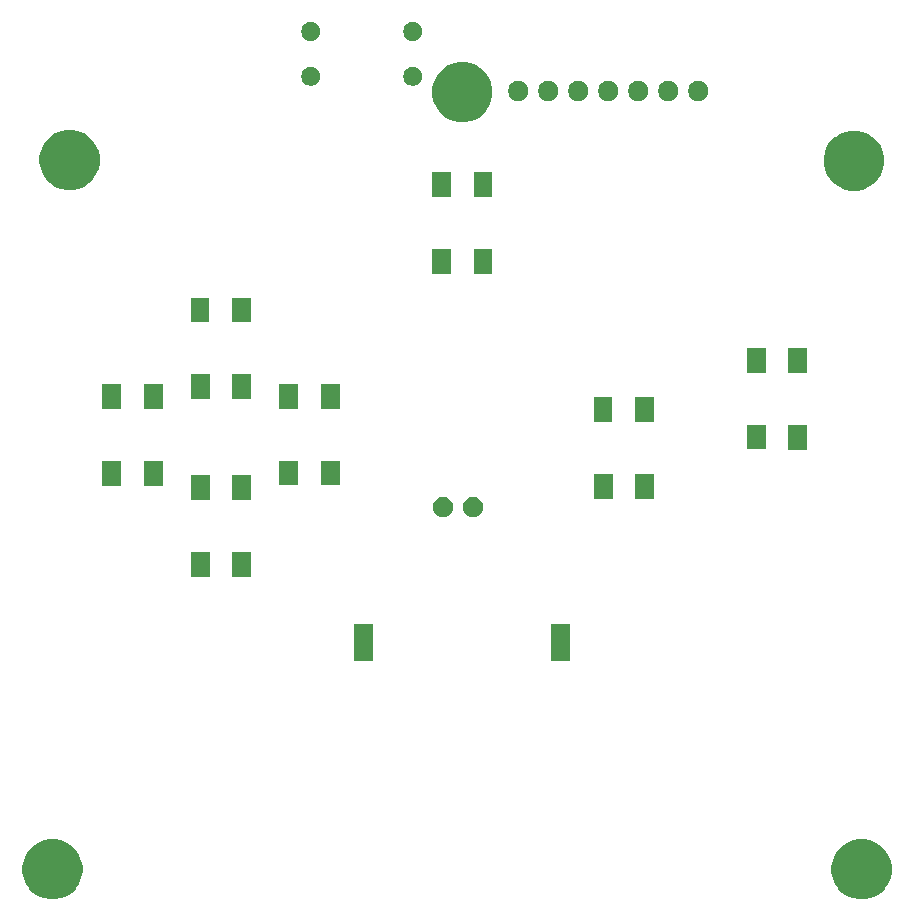
<source format=gbr>
G04 #@! TF.GenerationSoftware,KiCad,Pcbnew,5.0.2+dfsg1-1~bpo9+1*
G04 #@! TF.CreationDate,2021-01-26T10:03:55+00:00*
G04 #@! TF.ProjectId,ardubigboy,61726475-6269-4676-926f-792e6b696361,rev?*
G04 #@! TF.SameCoordinates,Original*
G04 #@! TF.FileFunction,Soldermask,Top*
G04 #@! TF.FilePolarity,Negative*
%FSLAX46Y46*%
G04 Gerber Fmt 4.6, Leading zero omitted, Abs format (unit mm)*
G04 Created by KiCad (PCBNEW 5.0.2+dfsg1-1~bpo9+1) date Tue 26 Jan 2021 10:03:55 GMT*
%MOMM*%
%LPD*%
G01*
G04 APERTURE LIST*
%ADD10C,0.100000*%
G04 APERTURE END LIST*
D10*
G36*
X128594096Y-119047033D02*
X128594098Y-119047034D01*
X128594099Y-119047034D01*
X129058352Y-119239333D01*
X129474284Y-119517250D01*
X129476171Y-119518511D01*
X129831489Y-119873829D01*
X129831491Y-119873832D01*
X130110667Y-120291648D01*
X130302966Y-120755901D01*
X130401000Y-121248748D01*
X130401000Y-121751252D01*
X130302966Y-122244099D01*
X130110667Y-122708352D01*
X129832750Y-123124284D01*
X129831489Y-123126171D01*
X129476171Y-123481489D01*
X129476168Y-123481491D01*
X129058352Y-123760667D01*
X128594099Y-123952966D01*
X128594098Y-123952966D01*
X128594096Y-123952967D01*
X128101253Y-124051000D01*
X127598747Y-124051000D01*
X127105904Y-123952967D01*
X127105902Y-123952966D01*
X127105901Y-123952966D01*
X126641648Y-123760667D01*
X126223832Y-123481491D01*
X126223829Y-123481489D01*
X125868511Y-123126171D01*
X125867250Y-123124284D01*
X125589333Y-122708352D01*
X125397034Y-122244099D01*
X125299000Y-121751252D01*
X125299000Y-121248748D01*
X125397034Y-120755901D01*
X125589333Y-120291648D01*
X125868509Y-119873832D01*
X125868511Y-119873829D01*
X126223829Y-119518511D01*
X126225716Y-119517250D01*
X126641648Y-119239333D01*
X127105901Y-119047034D01*
X127105902Y-119047034D01*
X127105904Y-119047033D01*
X127598747Y-118949000D01*
X128101253Y-118949000D01*
X128594096Y-119047033D01*
X128594096Y-119047033D01*
G37*
G36*
X60094096Y-119047033D02*
X60094098Y-119047034D01*
X60094099Y-119047034D01*
X60558352Y-119239333D01*
X60974284Y-119517250D01*
X60976171Y-119518511D01*
X61331489Y-119873829D01*
X61331491Y-119873832D01*
X61610667Y-120291648D01*
X61802966Y-120755901D01*
X61901000Y-121248748D01*
X61901000Y-121751252D01*
X61802966Y-122244099D01*
X61610667Y-122708352D01*
X61332750Y-123124284D01*
X61331489Y-123126171D01*
X60976171Y-123481489D01*
X60976168Y-123481491D01*
X60558352Y-123760667D01*
X60094099Y-123952966D01*
X60094098Y-123952966D01*
X60094096Y-123952967D01*
X59601253Y-124051000D01*
X59098747Y-124051000D01*
X58605904Y-123952967D01*
X58605902Y-123952966D01*
X58605901Y-123952966D01*
X58141648Y-123760667D01*
X57723832Y-123481491D01*
X57723829Y-123481489D01*
X57368511Y-123126171D01*
X57367250Y-123124284D01*
X57089333Y-122708352D01*
X56897034Y-122244099D01*
X56799000Y-121751252D01*
X56799000Y-121248748D01*
X56897034Y-120755901D01*
X57089333Y-120291648D01*
X57368509Y-119873832D01*
X57368511Y-119873829D01*
X57723829Y-119518511D01*
X57725716Y-119517250D01*
X58141648Y-119239333D01*
X58605901Y-119047034D01*
X58605902Y-119047034D01*
X58605904Y-119047033D01*
X59098747Y-118949000D01*
X59601253Y-118949000D01*
X60094096Y-119047033D01*
X60094096Y-119047033D01*
G37*
G36*
X103181500Y-103847500D02*
X101555500Y-103847500D01*
X101555500Y-100745500D01*
X103181500Y-100745500D01*
X103181500Y-103847500D01*
X103181500Y-103847500D01*
G37*
G36*
X86481000Y-103847500D02*
X84855000Y-103847500D01*
X84855000Y-100745500D01*
X86481000Y-100745500D01*
X86481000Y-103847500D01*
X86481000Y-103847500D01*
G37*
G36*
X76163600Y-96717280D02*
X74561600Y-96717280D01*
X74561600Y-94615280D01*
X76163600Y-94615280D01*
X76163600Y-96717280D01*
X76163600Y-96717280D01*
G37*
G36*
X72658400Y-96712200D02*
X71056400Y-96712200D01*
X71056400Y-94610200D01*
X72658400Y-94610200D01*
X72658400Y-96712200D01*
X72658400Y-96712200D01*
G37*
G36*
X95208228Y-90001703D02*
X95363100Y-90065853D01*
X95502481Y-90158985D01*
X95621015Y-90277519D01*
X95714147Y-90416900D01*
X95778297Y-90571772D01*
X95811000Y-90736184D01*
X95811000Y-90903816D01*
X95778297Y-91068228D01*
X95714147Y-91223100D01*
X95621015Y-91362481D01*
X95502481Y-91481015D01*
X95363100Y-91574147D01*
X95208228Y-91638297D01*
X95043816Y-91671000D01*
X94876184Y-91671000D01*
X94711772Y-91638297D01*
X94556900Y-91574147D01*
X94417519Y-91481015D01*
X94298985Y-91362481D01*
X94205853Y-91223100D01*
X94141703Y-91068228D01*
X94109000Y-90903816D01*
X94109000Y-90736184D01*
X94141703Y-90571772D01*
X94205853Y-90416900D01*
X94298985Y-90277519D01*
X94417519Y-90158985D01*
X94556900Y-90065853D01*
X94711772Y-90001703D01*
X94876184Y-89969000D01*
X95043816Y-89969000D01*
X95208228Y-90001703D01*
X95208228Y-90001703D01*
G37*
G36*
X92668228Y-90001703D02*
X92823100Y-90065853D01*
X92962481Y-90158985D01*
X93081015Y-90277519D01*
X93174147Y-90416900D01*
X93238297Y-90571772D01*
X93271000Y-90736184D01*
X93271000Y-90903816D01*
X93238297Y-91068228D01*
X93174147Y-91223100D01*
X93081015Y-91362481D01*
X92962481Y-91481015D01*
X92823100Y-91574147D01*
X92668228Y-91638297D01*
X92503816Y-91671000D01*
X92336184Y-91671000D01*
X92171772Y-91638297D01*
X92016900Y-91574147D01*
X91877519Y-91481015D01*
X91758985Y-91362481D01*
X91665853Y-91223100D01*
X91601703Y-91068228D01*
X91569000Y-90903816D01*
X91569000Y-90736184D01*
X91601703Y-90571772D01*
X91665853Y-90416900D01*
X91758985Y-90277519D01*
X91877519Y-90158985D01*
X92016900Y-90065853D01*
X92171772Y-90001703D01*
X92336184Y-89969000D01*
X92503816Y-89969000D01*
X92668228Y-90001703D01*
X92668228Y-90001703D01*
G37*
G36*
X76163600Y-90209800D02*
X74561600Y-90209800D01*
X74561600Y-88107800D01*
X76163600Y-88107800D01*
X76163600Y-90209800D01*
X76163600Y-90209800D01*
G37*
G36*
X72653320Y-90209800D02*
X71051320Y-90209800D01*
X71051320Y-88107800D01*
X72653320Y-88107800D01*
X72653320Y-90209800D01*
X72653320Y-90209800D01*
G37*
G36*
X110273600Y-90127280D02*
X108671600Y-90127280D01*
X108671600Y-88025280D01*
X110273600Y-88025280D01*
X110273600Y-90127280D01*
X110273600Y-90127280D01*
G37*
G36*
X106768400Y-90122200D02*
X105166400Y-90122200D01*
X105166400Y-88020200D01*
X106768400Y-88020200D01*
X106768400Y-90122200D01*
X106768400Y-90122200D01*
G37*
G36*
X68673600Y-89017280D02*
X67071600Y-89017280D01*
X67071600Y-86915280D01*
X68673600Y-86915280D01*
X68673600Y-89017280D01*
X68673600Y-89017280D01*
G37*
G36*
X65168400Y-89012200D02*
X63566400Y-89012200D01*
X63566400Y-86910200D01*
X65168400Y-86910200D01*
X65168400Y-89012200D01*
X65168400Y-89012200D01*
G37*
G36*
X83653600Y-88997280D02*
X82051600Y-88997280D01*
X82051600Y-86895280D01*
X83653600Y-86895280D01*
X83653600Y-88997280D01*
X83653600Y-88997280D01*
G37*
G36*
X80148400Y-88992200D02*
X78546400Y-88992200D01*
X78546400Y-86890200D01*
X80148400Y-86890200D01*
X80148400Y-88992200D01*
X80148400Y-88992200D01*
G37*
G36*
X123263600Y-85957280D02*
X121661600Y-85957280D01*
X121661600Y-83855280D01*
X123263600Y-83855280D01*
X123263600Y-85957280D01*
X123263600Y-85957280D01*
G37*
G36*
X119758400Y-85952200D02*
X118156400Y-85952200D01*
X118156400Y-83850200D01*
X119758400Y-83850200D01*
X119758400Y-85952200D01*
X119758400Y-85952200D01*
G37*
G36*
X110273600Y-83619800D02*
X108671600Y-83619800D01*
X108671600Y-81517800D01*
X110273600Y-81517800D01*
X110273600Y-83619800D01*
X110273600Y-83619800D01*
G37*
G36*
X106763320Y-83619800D02*
X105161320Y-83619800D01*
X105161320Y-81517800D01*
X106763320Y-81517800D01*
X106763320Y-83619800D01*
X106763320Y-83619800D01*
G37*
G36*
X65163320Y-82509800D02*
X63561320Y-82509800D01*
X63561320Y-80407800D01*
X65163320Y-80407800D01*
X65163320Y-82509800D01*
X65163320Y-82509800D01*
G37*
G36*
X68673600Y-82509800D02*
X67071600Y-82509800D01*
X67071600Y-80407800D01*
X68673600Y-80407800D01*
X68673600Y-82509800D01*
X68673600Y-82509800D01*
G37*
G36*
X80143320Y-82489800D02*
X78541320Y-82489800D01*
X78541320Y-80387800D01*
X80143320Y-80387800D01*
X80143320Y-82489800D01*
X80143320Y-82489800D01*
G37*
G36*
X83653600Y-82489800D02*
X82051600Y-82489800D01*
X82051600Y-80387800D01*
X83653600Y-80387800D01*
X83653600Y-82489800D01*
X83653600Y-82489800D01*
G37*
G36*
X76153600Y-81697280D02*
X74551600Y-81697280D01*
X74551600Y-79595280D01*
X76153600Y-79595280D01*
X76153600Y-81697280D01*
X76153600Y-81697280D01*
G37*
G36*
X72648400Y-81692200D02*
X71046400Y-81692200D01*
X71046400Y-79590200D01*
X72648400Y-79590200D01*
X72648400Y-81692200D01*
X72648400Y-81692200D01*
G37*
G36*
X119753320Y-79449800D02*
X118151320Y-79449800D01*
X118151320Y-77347800D01*
X119753320Y-77347800D01*
X119753320Y-79449800D01*
X119753320Y-79449800D01*
G37*
G36*
X123263600Y-79449800D02*
X121661600Y-79449800D01*
X121661600Y-77347800D01*
X123263600Y-77347800D01*
X123263600Y-79449800D01*
X123263600Y-79449800D01*
G37*
G36*
X76153600Y-75189800D02*
X74551600Y-75189800D01*
X74551600Y-73087800D01*
X76153600Y-73087800D01*
X76153600Y-75189800D01*
X76153600Y-75189800D01*
G37*
G36*
X72643320Y-75189800D02*
X71041320Y-75189800D01*
X71041320Y-73087800D01*
X72643320Y-73087800D01*
X72643320Y-75189800D01*
X72643320Y-75189800D01*
G37*
G36*
X96603600Y-71077280D02*
X95001600Y-71077280D01*
X95001600Y-68975280D01*
X96603600Y-68975280D01*
X96603600Y-71077280D01*
X96603600Y-71077280D01*
G37*
G36*
X93098400Y-71072200D02*
X91496400Y-71072200D01*
X91496400Y-68970200D01*
X93098400Y-68970200D01*
X93098400Y-71072200D01*
X93098400Y-71072200D01*
G37*
G36*
X96603600Y-64569800D02*
X95001600Y-64569800D01*
X95001600Y-62467800D01*
X96603600Y-62467800D01*
X96603600Y-64569800D01*
X96603600Y-64569800D01*
G37*
G36*
X93093320Y-64569800D02*
X91491320Y-64569800D01*
X91491320Y-62467800D01*
X93093320Y-62467800D01*
X93093320Y-64569800D01*
X93093320Y-64569800D01*
G37*
G36*
X127944096Y-59047033D02*
X127944098Y-59047034D01*
X127944099Y-59047034D01*
X128408352Y-59239333D01*
X128751338Y-59468509D01*
X128826171Y-59518511D01*
X129181489Y-59873829D01*
X129181491Y-59873832D01*
X129460667Y-60291648D01*
X129652966Y-60755901D01*
X129652967Y-60755904D01*
X129751000Y-61248747D01*
X129751000Y-61751253D01*
X129662913Y-62194096D01*
X129652966Y-62244099D01*
X129460667Y-62708352D01*
X129214900Y-63076168D01*
X129181489Y-63126171D01*
X128826171Y-63481489D01*
X128826168Y-63481491D01*
X128408352Y-63760667D01*
X127944099Y-63952966D01*
X127944098Y-63952966D01*
X127944096Y-63952967D01*
X127451253Y-64051000D01*
X126948747Y-64051000D01*
X126455904Y-63952967D01*
X126455902Y-63952966D01*
X126455901Y-63952966D01*
X125991648Y-63760667D01*
X125573832Y-63481491D01*
X125573829Y-63481489D01*
X125218511Y-63126171D01*
X125185100Y-63076168D01*
X124939333Y-62708352D01*
X124747034Y-62244099D01*
X124737088Y-62194096D01*
X124649000Y-61751253D01*
X124649000Y-61248747D01*
X124747033Y-60755904D01*
X124747034Y-60755901D01*
X124939333Y-60291648D01*
X125218509Y-59873832D01*
X125218511Y-59873829D01*
X125573829Y-59518511D01*
X125648662Y-59468509D01*
X125991648Y-59239333D01*
X126455901Y-59047034D01*
X126455902Y-59047034D01*
X126455904Y-59047033D01*
X126948747Y-58949000D01*
X127451253Y-58949000D01*
X127944096Y-59047033D01*
X127944096Y-59047033D01*
G37*
G36*
X61544096Y-58997033D02*
X61544098Y-58997034D01*
X61544099Y-58997034D01*
X62008352Y-59189333D01*
X62424284Y-59467250D01*
X62426171Y-59468511D01*
X62781489Y-59823829D01*
X62781491Y-59823832D01*
X63060667Y-60241648D01*
X63252966Y-60705901D01*
X63252967Y-60705904D01*
X63351000Y-61198747D01*
X63351000Y-61701253D01*
X63341055Y-61751252D01*
X63252966Y-62194099D01*
X63060667Y-62658352D01*
X62782750Y-63074284D01*
X62781489Y-63076171D01*
X62426171Y-63431489D01*
X62426168Y-63431491D01*
X62008352Y-63710667D01*
X61544099Y-63902966D01*
X61544098Y-63902966D01*
X61544096Y-63902967D01*
X61051253Y-64001000D01*
X60548747Y-64001000D01*
X60055904Y-63902967D01*
X60055902Y-63902966D01*
X60055901Y-63902966D01*
X59591648Y-63710667D01*
X59173832Y-63431491D01*
X59173829Y-63431489D01*
X58818511Y-63076171D01*
X58817250Y-63074284D01*
X58539333Y-62658352D01*
X58347034Y-62194099D01*
X58258946Y-61751252D01*
X58249000Y-61701253D01*
X58249000Y-61198747D01*
X58347033Y-60705904D01*
X58347034Y-60705901D01*
X58539333Y-60241648D01*
X58818509Y-59823832D01*
X58818511Y-59823829D01*
X59173829Y-59468511D01*
X59175716Y-59467250D01*
X59591648Y-59189333D01*
X60055901Y-58997034D01*
X60055902Y-58997034D01*
X60055904Y-58997033D01*
X60548747Y-58899000D01*
X61051253Y-58899000D01*
X61544096Y-58997033D01*
X61544096Y-58997033D01*
G37*
G36*
X94794096Y-53247033D02*
X94794098Y-53247034D01*
X94794099Y-53247034D01*
X95258352Y-53439333D01*
X95573881Y-53650163D01*
X95676171Y-53718511D01*
X96031489Y-54073829D01*
X96031491Y-54073832D01*
X96310667Y-54491648D01*
X96467638Y-54870611D01*
X96502967Y-54955904D01*
X96601000Y-55448747D01*
X96601000Y-55951253D01*
X96503583Y-56441000D01*
X96502966Y-56444099D01*
X96310667Y-56908352D01*
X96032750Y-57324284D01*
X96031489Y-57326171D01*
X95676171Y-57681489D01*
X95676168Y-57681491D01*
X95258352Y-57960667D01*
X94794099Y-58152966D01*
X94794098Y-58152966D01*
X94794096Y-58152967D01*
X94301253Y-58251000D01*
X93798747Y-58251000D01*
X93305904Y-58152967D01*
X93305902Y-58152966D01*
X93305901Y-58152966D01*
X92841648Y-57960667D01*
X92423832Y-57681491D01*
X92423829Y-57681489D01*
X92068511Y-57326171D01*
X92067250Y-57324284D01*
X91789333Y-56908352D01*
X91597034Y-56444099D01*
X91596418Y-56441000D01*
X91499000Y-55951253D01*
X91499000Y-55448747D01*
X91597033Y-54955904D01*
X91632362Y-54870611D01*
X91789333Y-54491648D01*
X92068509Y-54073832D01*
X92068511Y-54073829D01*
X92423829Y-53718511D01*
X92526119Y-53650163D01*
X92841648Y-53439333D01*
X93305901Y-53247034D01*
X93305902Y-53247034D01*
X93305904Y-53247033D01*
X93798747Y-53149000D01*
X94301253Y-53149000D01*
X94794096Y-53247033D01*
X94794096Y-53247033D01*
G37*
G36*
X101568228Y-54771703D02*
X101723100Y-54835853D01*
X101862481Y-54928985D01*
X101981015Y-55047519D01*
X102074147Y-55186900D01*
X102138297Y-55341772D01*
X102171000Y-55506184D01*
X102171000Y-55673816D01*
X102138297Y-55838228D01*
X102074147Y-55993100D01*
X101981015Y-56132481D01*
X101862481Y-56251015D01*
X101723100Y-56344147D01*
X101568228Y-56408297D01*
X101403816Y-56441000D01*
X101236184Y-56441000D01*
X101071772Y-56408297D01*
X100916900Y-56344147D01*
X100777519Y-56251015D01*
X100658985Y-56132481D01*
X100565853Y-55993100D01*
X100501703Y-55838228D01*
X100469000Y-55673816D01*
X100469000Y-55506184D01*
X100501703Y-55341772D01*
X100565853Y-55186900D01*
X100658985Y-55047519D01*
X100777519Y-54928985D01*
X100916900Y-54835853D01*
X101071772Y-54771703D01*
X101236184Y-54739000D01*
X101403816Y-54739000D01*
X101568228Y-54771703D01*
X101568228Y-54771703D01*
G37*
G36*
X114268228Y-54771703D02*
X114423100Y-54835853D01*
X114562481Y-54928985D01*
X114681015Y-55047519D01*
X114774147Y-55186900D01*
X114838297Y-55341772D01*
X114871000Y-55506184D01*
X114871000Y-55673816D01*
X114838297Y-55838228D01*
X114774147Y-55993100D01*
X114681015Y-56132481D01*
X114562481Y-56251015D01*
X114423100Y-56344147D01*
X114268228Y-56408297D01*
X114103816Y-56441000D01*
X113936184Y-56441000D01*
X113771772Y-56408297D01*
X113616900Y-56344147D01*
X113477519Y-56251015D01*
X113358985Y-56132481D01*
X113265853Y-55993100D01*
X113201703Y-55838228D01*
X113169000Y-55673816D01*
X113169000Y-55506184D01*
X113201703Y-55341772D01*
X113265853Y-55186900D01*
X113358985Y-55047519D01*
X113477519Y-54928985D01*
X113616900Y-54835853D01*
X113771772Y-54771703D01*
X113936184Y-54739000D01*
X114103816Y-54739000D01*
X114268228Y-54771703D01*
X114268228Y-54771703D01*
G37*
G36*
X111728228Y-54771703D02*
X111883100Y-54835853D01*
X112022481Y-54928985D01*
X112141015Y-55047519D01*
X112234147Y-55186900D01*
X112298297Y-55341772D01*
X112331000Y-55506184D01*
X112331000Y-55673816D01*
X112298297Y-55838228D01*
X112234147Y-55993100D01*
X112141015Y-56132481D01*
X112022481Y-56251015D01*
X111883100Y-56344147D01*
X111728228Y-56408297D01*
X111563816Y-56441000D01*
X111396184Y-56441000D01*
X111231772Y-56408297D01*
X111076900Y-56344147D01*
X110937519Y-56251015D01*
X110818985Y-56132481D01*
X110725853Y-55993100D01*
X110661703Y-55838228D01*
X110629000Y-55673816D01*
X110629000Y-55506184D01*
X110661703Y-55341772D01*
X110725853Y-55186900D01*
X110818985Y-55047519D01*
X110937519Y-54928985D01*
X111076900Y-54835853D01*
X111231772Y-54771703D01*
X111396184Y-54739000D01*
X111563816Y-54739000D01*
X111728228Y-54771703D01*
X111728228Y-54771703D01*
G37*
G36*
X109188228Y-54771703D02*
X109343100Y-54835853D01*
X109482481Y-54928985D01*
X109601015Y-55047519D01*
X109694147Y-55186900D01*
X109758297Y-55341772D01*
X109791000Y-55506184D01*
X109791000Y-55673816D01*
X109758297Y-55838228D01*
X109694147Y-55993100D01*
X109601015Y-56132481D01*
X109482481Y-56251015D01*
X109343100Y-56344147D01*
X109188228Y-56408297D01*
X109023816Y-56441000D01*
X108856184Y-56441000D01*
X108691772Y-56408297D01*
X108536900Y-56344147D01*
X108397519Y-56251015D01*
X108278985Y-56132481D01*
X108185853Y-55993100D01*
X108121703Y-55838228D01*
X108089000Y-55673816D01*
X108089000Y-55506184D01*
X108121703Y-55341772D01*
X108185853Y-55186900D01*
X108278985Y-55047519D01*
X108397519Y-54928985D01*
X108536900Y-54835853D01*
X108691772Y-54771703D01*
X108856184Y-54739000D01*
X109023816Y-54739000D01*
X109188228Y-54771703D01*
X109188228Y-54771703D01*
G37*
G36*
X106648228Y-54771703D02*
X106803100Y-54835853D01*
X106942481Y-54928985D01*
X107061015Y-55047519D01*
X107154147Y-55186900D01*
X107218297Y-55341772D01*
X107251000Y-55506184D01*
X107251000Y-55673816D01*
X107218297Y-55838228D01*
X107154147Y-55993100D01*
X107061015Y-56132481D01*
X106942481Y-56251015D01*
X106803100Y-56344147D01*
X106648228Y-56408297D01*
X106483816Y-56441000D01*
X106316184Y-56441000D01*
X106151772Y-56408297D01*
X105996900Y-56344147D01*
X105857519Y-56251015D01*
X105738985Y-56132481D01*
X105645853Y-55993100D01*
X105581703Y-55838228D01*
X105549000Y-55673816D01*
X105549000Y-55506184D01*
X105581703Y-55341772D01*
X105645853Y-55186900D01*
X105738985Y-55047519D01*
X105857519Y-54928985D01*
X105996900Y-54835853D01*
X106151772Y-54771703D01*
X106316184Y-54739000D01*
X106483816Y-54739000D01*
X106648228Y-54771703D01*
X106648228Y-54771703D01*
G37*
G36*
X104108228Y-54771703D02*
X104263100Y-54835853D01*
X104402481Y-54928985D01*
X104521015Y-55047519D01*
X104614147Y-55186900D01*
X104678297Y-55341772D01*
X104711000Y-55506184D01*
X104711000Y-55673816D01*
X104678297Y-55838228D01*
X104614147Y-55993100D01*
X104521015Y-56132481D01*
X104402481Y-56251015D01*
X104263100Y-56344147D01*
X104108228Y-56408297D01*
X103943816Y-56441000D01*
X103776184Y-56441000D01*
X103611772Y-56408297D01*
X103456900Y-56344147D01*
X103317519Y-56251015D01*
X103198985Y-56132481D01*
X103105853Y-55993100D01*
X103041703Y-55838228D01*
X103009000Y-55673816D01*
X103009000Y-55506184D01*
X103041703Y-55341772D01*
X103105853Y-55186900D01*
X103198985Y-55047519D01*
X103317519Y-54928985D01*
X103456900Y-54835853D01*
X103611772Y-54771703D01*
X103776184Y-54739000D01*
X103943816Y-54739000D01*
X104108228Y-54771703D01*
X104108228Y-54771703D01*
G37*
G36*
X99028228Y-54771703D02*
X99183100Y-54835853D01*
X99322481Y-54928985D01*
X99441015Y-55047519D01*
X99534147Y-55186900D01*
X99598297Y-55341772D01*
X99631000Y-55506184D01*
X99631000Y-55673816D01*
X99598297Y-55838228D01*
X99534147Y-55993100D01*
X99441015Y-56132481D01*
X99322481Y-56251015D01*
X99183100Y-56344147D01*
X99028228Y-56408297D01*
X98863816Y-56441000D01*
X98696184Y-56441000D01*
X98531772Y-56408297D01*
X98376900Y-56344147D01*
X98237519Y-56251015D01*
X98118985Y-56132481D01*
X98025853Y-55993100D01*
X97961703Y-55838228D01*
X97929000Y-55673816D01*
X97929000Y-55506184D01*
X97961703Y-55341772D01*
X98025853Y-55186900D01*
X98118985Y-55047519D01*
X98237519Y-54928985D01*
X98376900Y-54835853D01*
X98531772Y-54771703D01*
X98696184Y-54739000D01*
X98863816Y-54739000D01*
X99028228Y-54771703D01*
X99028228Y-54771703D01*
G37*
G36*
X81445643Y-53589781D02*
X81591415Y-53650162D01*
X81722611Y-53737824D01*
X81834176Y-53849389D01*
X81921838Y-53980585D01*
X81982219Y-54126357D01*
X82013000Y-54281107D01*
X82013000Y-54438893D01*
X81982219Y-54593643D01*
X81921838Y-54739415D01*
X81834176Y-54870611D01*
X81722611Y-54982176D01*
X81591415Y-55069838D01*
X81445643Y-55130219D01*
X81290893Y-55161000D01*
X81133107Y-55161000D01*
X80978357Y-55130219D01*
X80832585Y-55069838D01*
X80701389Y-54982176D01*
X80589824Y-54870611D01*
X80502162Y-54739415D01*
X80441781Y-54593643D01*
X80411000Y-54438893D01*
X80411000Y-54281107D01*
X80441781Y-54126357D01*
X80502162Y-53980585D01*
X80589824Y-53849389D01*
X80701389Y-53737824D01*
X80832585Y-53650162D01*
X80978357Y-53589781D01*
X81133107Y-53559000D01*
X81290893Y-53559000D01*
X81445643Y-53589781D01*
X81445643Y-53589781D01*
G37*
G36*
X90081643Y-53589781D02*
X90227415Y-53650162D01*
X90358611Y-53737824D01*
X90470176Y-53849389D01*
X90557838Y-53980585D01*
X90618219Y-54126357D01*
X90649000Y-54281107D01*
X90649000Y-54438893D01*
X90618219Y-54593643D01*
X90557838Y-54739415D01*
X90470176Y-54870611D01*
X90358611Y-54982176D01*
X90227415Y-55069838D01*
X90081643Y-55130219D01*
X89926893Y-55161000D01*
X89769107Y-55161000D01*
X89614357Y-55130219D01*
X89468585Y-55069838D01*
X89337389Y-54982176D01*
X89225824Y-54870611D01*
X89138162Y-54739415D01*
X89077781Y-54593643D01*
X89047000Y-54438893D01*
X89047000Y-54281107D01*
X89077781Y-54126357D01*
X89138162Y-53980585D01*
X89225824Y-53849389D01*
X89337389Y-53737824D01*
X89468585Y-53650162D01*
X89614357Y-53589781D01*
X89769107Y-53559000D01*
X89926893Y-53559000D01*
X90081643Y-53589781D01*
X90081643Y-53589781D01*
G37*
G36*
X90081643Y-49792481D02*
X90227415Y-49852862D01*
X90358611Y-49940524D01*
X90470176Y-50052089D01*
X90557838Y-50183285D01*
X90618219Y-50329057D01*
X90649000Y-50483807D01*
X90649000Y-50641593D01*
X90618219Y-50796343D01*
X90557838Y-50942115D01*
X90470176Y-51073311D01*
X90358611Y-51184876D01*
X90227415Y-51272538D01*
X90081643Y-51332919D01*
X89926893Y-51363700D01*
X89769107Y-51363700D01*
X89614357Y-51332919D01*
X89468585Y-51272538D01*
X89337389Y-51184876D01*
X89225824Y-51073311D01*
X89138162Y-50942115D01*
X89077781Y-50796343D01*
X89047000Y-50641593D01*
X89047000Y-50483807D01*
X89077781Y-50329057D01*
X89138162Y-50183285D01*
X89225824Y-50052089D01*
X89337389Y-49940524D01*
X89468585Y-49852862D01*
X89614357Y-49792481D01*
X89769107Y-49761700D01*
X89926893Y-49761700D01*
X90081643Y-49792481D01*
X90081643Y-49792481D01*
G37*
G36*
X81445643Y-49792481D02*
X81591415Y-49852862D01*
X81722611Y-49940524D01*
X81834176Y-50052089D01*
X81921838Y-50183285D01*
X81982219Y-50329057D01*
X82013000Y-50483807D01*
X82013000Y-50641593D01*
X81982219Y-50796343D01*
X81921838Y-50942115D01*
X81834176Y-51073311D01*
X81722611Y-51184876D01*
X81591415Y-51272538D01*
X81445643Y-51332919D01*
X81290893Y-51363700D01*
X81133107Y-51363700D01*
X80978357Y-51332919D01*
X80832585Y-51272538D01*
X80701389Y-51184876D01*
X80589824Y-51073311D01*
X80502162Y-50942115D01*
X80441781Y-50796343D01*
X80411000Y-50641593D01*
X80411000Y-50483807D01*
X80441781Y-50329057D01*
X80502162Y-50183285D01*
X80589824Y-50052089D01*
X80701389Y-49940524D01*
X80832585Y-49852862D01*
X80978357Y-49792481D01*
X81133107Y-49761700D01*
X81290893Y-49761700D01*
X81445643Y-49792481D01*
X81445643Y-49792481D01*
G37*
M02*

</source>
